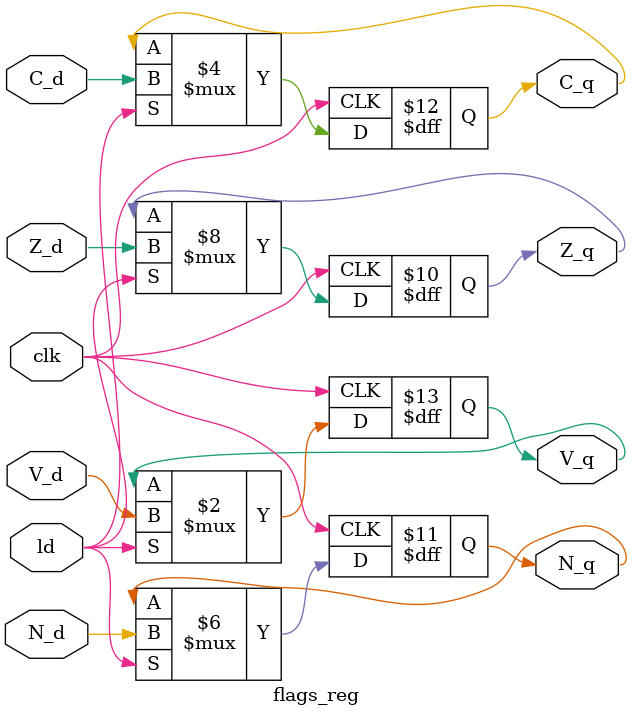
<source format=v>
module flags_reg (
    input  wire clk,
    input  wire ld,     // load enable
    input  wire Z_d, N_d, C_d, V_d,
    output reg  Z_q, N_q, C_q, V_q
);
    always @(posedge clk) begin
        if (ld) begin
            Z_q <= Z_d;
            N_q <= N_d;
            C_q <= C_d;
            V_q <= V_d;
        end
    end
endmodule

</source>
